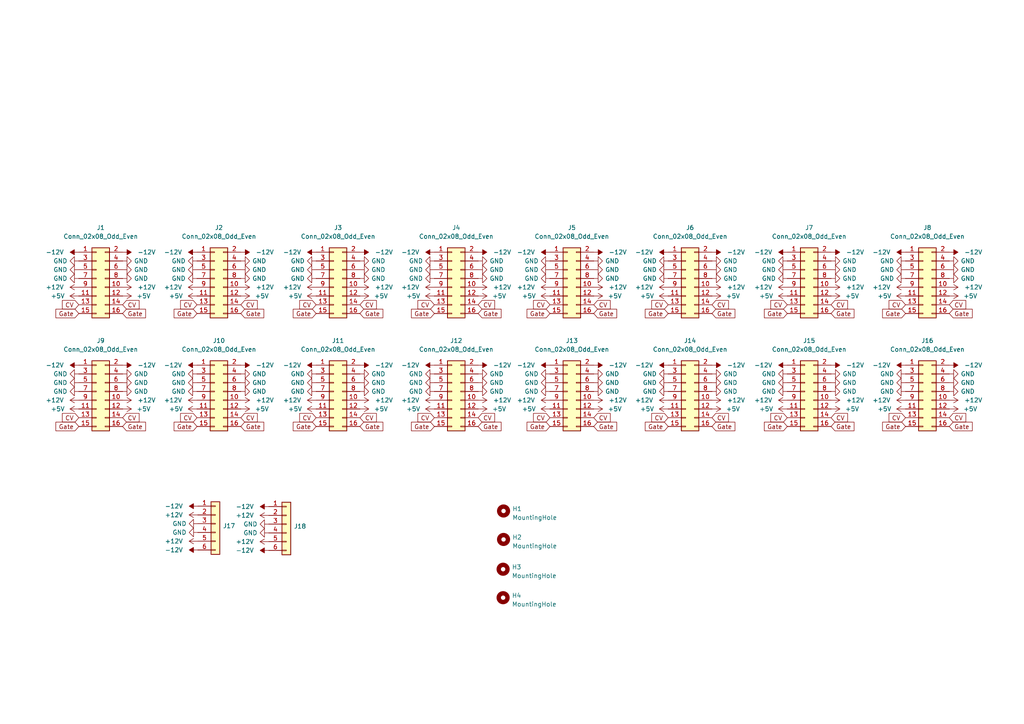
<source format=kicad_sch>
(kicad_sch (version 20230121) (generator eeschema)
  (paper "A4")
  (lib_symbols
    (symbol "Connector_Generic:Conn_01x06" (pin_names (offset 1.016) hide)
      (property "Reference" "J" (at 0 7.62 0))
      (property "Value" "Conn_01x06" (at 0 -10.16 0))
      (symbol "Conn_01x06_1_1"
        (rectangle (start -1.27 -7.493) (end 0 -7.747) (stroke (width 0.1524)))
        (rectangle (start -1.27 -4.953) (end 0 -5.207) (stroke (width 0.1524)))
        (rectangle (start -1.27 -2.413) (end 0 -2.667) (stroke (width 0.1524)))
        (rectangle (start -1.27 0.127) (end 0 -0.127) (stroke (width 0.1524)))
        (rectangle (start -1.27 2.667) (end 0 2.413) (stroke (width 0.1524)))
        (rectangle (start -1.27 5.207) (end 0 4.953) (stroke (width 0.1524)))
        (rectangle (start -1.27 6.35) (end 1.27 -8.89) (stroke (width 0.254)) (fill (type background)))
        (pin passive line (at -5.08 5.08 0) (length 3.81) (name "Pin_1") (number "1"))
        (pin passive line (at -5.08 2.54 0) (length 3.81) (name "Pin_2") (number "2"))
        (pin passive line (at -5.08 0 0) (length 3.81) (name "Pin_3") (number "3"))
        (pin passive line (at -5.08 -2.54 0) (length 3.81) (name "Pin_4") (number "4"))
        (pin passive line (at -5.08 -5.08 0) (length 3.81) (name "Pin_5") (number "5"))
        (pin passive line (at -5.08 -7.62 0) (length 3.81) (name "Pin_6") (number "6"))
      )
    )
    (symbol "Connector_Generic:Conn_02x08_Odd_Even" (pin_names (offset 1.016) hide)
      (property "Reference" "J" (at 1.27 10.16 0))
      (property "Value" "Conn_02x08_Odd_Even" (at 1.27 -12.7 0))
      (symbol "Conn_02x08_Odd_Even_1_1"
        (rectangle (start -1.27 -10.033) (end 0 -10.287) (stroke (width 0.1524)))
        (rectangle (start -1.27 -7.493) (end 0 -7.747) (stroke (width 0.1524)))
        (rectangle (start -1.27 -4.953) (end 0 -5.207) (stroke (width 0.1524)))
        (rectangle (start -1.27 -2.413) (end 0 -2.667) (stroke (width 0.1524)))
        (rectangle (start -1.27 0.127) (end 0 -0.127) (stroke (width 0.1524)))
        (rectangle (start -1.27 2.667) (end 0 2.413) (stroke (width 0.1524)))
        (rectangle (start -1.27 5.207) (end 0 4.953) (stroke (width 0.1524)))
        (rectangle (start -1.27 7.747) (end 0 7.493) (stroke (width 0.1524)))
        (rectangle (start -1.27 8.89) (end 3.81 -11.43) (stroke (width 0.254)) (fill (type background)))
        (rectangle (start 3.81 -10.033) (end 2.54 -10.287) (stroke (width 0.1524)))
        (rectangle (start 3.81 -7.493) (end 2.54 -7.747) (stroke (width 0.1524)))
        (rectangle (start 3.81 -4.953) (end 2.54 -5.207) (stroke (width 0.1524)))
        (rectangle (start 3.81 -2.413) (end 2.54 -2.667) (stroke (width 0.1524)))
        (rectangle (start 3.81 0.127) (end 2.54 -0.127) (stroke (width 0.1524)))
        (rectangle (start 3.81 2.667) (end 2.54 2.413) (stroke (width 0.1524)))
        (rectangle (start 3.81 5.207) (end 2.54 4.953) (stroke (width 0.1524)))
        (rectangle (start 3.81 7.747) (end 2.54 7.493) (stroke (width 0.1524)))
        (pin passive line (at -5.08 7.62 0) (length 3.81) (name "Pin_1") (number "1"))
        (pin passive line (at 7.62 -2.54 180) (length 3.81) (name "Pin_10") (number "10"))
        (pin passive line (at -5.08 -5.08 0) (length 3.81) (name "Pin_11") (number "11"))
        (pin passive line (at 7.62 -5.08 180) (length 3.81) (name "Pin_12") (number "12"))
        (pin passive line (at -5.08 -7.62 0) (length 3.81) (name "Pin_13") (number "13"))
        (pin passive line (at 7.62 -7.62 180) (length 3.81) (name "Pin_14") (number "14"))
        (pin passive line (at -5.08 -10.16 0) (length 3.81) (name "Pin_15") (number "15"))
        (pin passive line (at 7.62 -10.16 180) (length 3.81) (name "Pin_16") (number "16"))
        (pin passive line (at 7.62 7.62 180) (length 3.81) (name "Pin_2") (number "2"))
        (pin passive line (at -5.08 5.08 0) (length 3.81) (name "Pin_3") (number "3"))
        (pin passive line (at 7.62 5.08 180) (length 3.81) (name "Pin_4") (number "4"))
        (pin passive line (at -5.08 2.54 0) (length 3.81) (name "Pin_5") (number "5"))
        (pin passive line (at 7.62 2.54 180) (length 3.81) (name "Pin_6") (number "6"))
        (pin passive line (at -5.08 0 0) (length 3.81) (name "Pin_7") (number "7"))
        (pin passive line (at 7.62 0 180) (length 3.81) (name "Pin_8") (number "8"))
        (pin passive line (at -5.08 -2.54 0) (length 3.81) (name "Pin_9") (number "9"))
      )
    )
    (symbol "Mechanical:MountingHole" (pin_names (offset 1.016))
      (property "Reference" "H" (at 0 5.08 0))
      (property "Value" "MountingHole" (at 0 3.175 0))
      (symbol "MountingHole_0_1"
        (circle (center 0 0) (radius 1.27) (stroke (width 1.27)))
      )
    )
    (symbol "power:+12V" (power) (pin_names (offset 0))
      (property "Value" "+12V" (at 0 3.556 0))
      (symbol "+12V_0_1"
        (polyline (pts (xy -0.762 1.27) (xy 0 2.54)))
        (polyline (pts (xy 0 0) (xy 0 2.54)))
        (polyline (pts (xy 0 2.54) (xy 0.762 1.27)))
      )
      (symbol "+12V_1_1"
        (pin power_in line (at 0 0 90) (length 0) hide (name "+12V") (number "1"))
      )
    )
    (symbol "power:+5V" (power) (pin_names (offset 0))
      (property "Value" "+5V" (at 0 3.556 0))
      (symbol "+5V_0_1"
        (polyline (pts (xy -0.762 1.27) (xy 0 2.54)))
        (polyline (pts (xy 0 0) (xy 0 2.54)))
        (polyline (pts (xy 0 2.54) (xy 0.762 1.27)))
      )
      (symbol "+5V_1_1"
        (pin power_in line (at 0 0 90) (length 0) hide (name "+5V") (number "1"))
      )
    )
    (symbol "power:-12V" (power) (pin_names (offset 0))
      (property "Value" "-12V" (at 0 3.81 0))
      (symbol "-12V_0_0"
        (pin power_in line (at 0 0 90) (length 0) hide (name "-12V") (number "1"))
      )
      (symbol "-12V_0_1"
        (polyline (pts (xy 0 0) (xy 0 1.27) (xy 0.762 1.27) (xy 0 2.54) (xy -0.762 1.27) (xy 0 1.27)) (fill (type outline)))
      )
    )
    (symbol "power:GND" (power) (pin_names (offset 0))
      (property "Value" "GND" (at 0 -3.81 0))
      (symbol "GND_0_1"
        (polyline (pts (xy 0 0) (xy 0 -1.27) (xy 1.27 -1.27) (xy 0 -2.54) (xy -1.27 -1.27) (xy 0 -1.27)))
      )
      (symbol "GND_1_1"
        (pin power_in line (at 0 0 270) (length 0) hide (name "GND") (number "1"))
      )
    )
  )
  (global_label "Gate" (shape input) (at 22.86 90.932 180) (property "Intersheetrefs" "${INTERSHEET_REFS}" (effects hide)))
  (global_label "Gate" (shape input) (at 22.86 123.698 180) (property "Intersheetrefs" "${INTERSHEET_REFS}" (effects hide)))
  (global_label "CV" (shape input) (at 35.56 88.392 0) (property "Intersheetrefs" "${INTERSHEET_REFS}" (effects hide)))
  (global_label "CV" (shape input) (at 159.512 121.158 180) (property "Intersheetrefs" "${INTERSHEET_REFS}" (effects hide)))
  (global_label "CV" (shape input) (at 193.802 121.158 180) (property "Intersheetrefs" "${INTERSHEET_REFS}" (effects hide)))
  (global_label "CV" (shape input) (at 138.684 88.392 0) (property "Intersheetrefs" "${INTERSHEET_REFS}" (effects hide)))
  (global_label "Gate" (shape input) (at 138.684 90.932 0) (property "Intersheetrefs" "${INTERSHEET_REFS}" (effects hide)))
  (global_label "CV" (shape input) (at 206.502 88.392 0) (property "Intersheetrefs" "${INTERSHEET_REFS}" (effects hide)))
  (global_label "CV" (shape input) (at 91.694 121.158 180) (property "Intersheetrefs" "${INTERSHEET_REFS}" (effects hide)))
  (global_label "CV" (shape input) (at 262.636 121.158 180) (property "Intersheetrefs" "${INTERSHEET_REFS}" (effects hide)))
  (global_label "Gate" (shape input) (at 91.694 90.932 180) (property "Intersheetrefs" "${INTERSHEET_REFS}" (effects hide)))
  (global_label "CV" (shape input) (at 69.85 121.158 0) (property "Intersheetrefs" "${INTERSHEET_REFS}" (effects hide)))
  (global_label "CV" (shape input) (at 57.15 121.158 180) (property "Intersheetrefs" "${INTERSHEET_REFS}" (effects hide)))
  (global_label "CV" (shape input) (at 125.984 121.158 180) (property "Intersheetrefs" "${INTERSHEET_REFS}" (effects hide)))
  (global_label "Gate" (shape input) (at 35.56 123.698 0) (property "Intersheetrefs" "${INTERSHEET_REFS}" (effects hide)))
  (global_label "CV" (shape input) (at 22.86 121.158 180) (property "Intersheetrefs" "${INTERSHEET_REFS}" (effects hide)))
  (global_label "Gate" (shape input) (at 275.336 90.932 0) (property "Intersheetrefs" "${INTERSHEET_REFS}" (effects hide)))
  (global_label "CV" (shape input) (at 138.684 121.158 0) (property "Intersheetrefs" "${INTERSHEET_REFS}" (effects hide)))
  (global_label "CV" (shape input) (at 241.046 88.392 0) (property "Intersheetrefs" "${INTERSHEET_REFS}" (effects hide)))
  (global_label "Gate" (shape input) (at 57.15 123.698 180) (property "Intersheetrefs" "${INTERSHEET_REFS}" (effects hide)))
  (global_label "CV" (shape input) (at 104.394 121.158 0) (property "Intersheetrefs" "${INTERSHEET_REFS}" (effects hide)))
  (global_label "Gate" (shape input) (at 275.336 123.698 0) (property "Intersheetrefs" "${INTERSHEET_REFS}" (effects hide)))
  (global_label "Gate" (shape input) (at 206.502 123.698 0) (property "Intersheetrefs" "${INTERSHEET_REFS}" (effects hide)))
  (global_label "Gate" (shape input) (at 69.85 90.932 0) (property "Intersheetrefs" "${INTERSHEET_REFS}" (effects hide)))
  (global_label "Gate" (shape input) (at 57.15 90.932 180) (property "Intersheetrefs" "${INTERSHEET_REFS}" (effects hide)))
  (global_label "Gate" (shape input) (at 193.802 90.932 180) (property "Intersheetrefs" "${INTERSHEET_REFS}" (effects hide)))
  (global_label "Gate" (shape input) (at 228.346 123.698 180) (property "Intersheetrefs" "${INTERSHEET_REFS}" (effects hide)))
  (global_label "CV" (shape input) (at 22.86 88.392 180) (property "Intersheetrefs" "${INTERSHEET_REFS}" (effects hide)))
  (global_label "Gate" (shape input) (at 104.394 90.932 0) (property "Intersheetrefs" "${INTERSHEET_REFS}" (effects hide)))
  (global_label "Gate" (shape input) (at 241.046 123.698 0) (property "Intersheetrefs" "${INTERSHEET_REFS}" (effects hide)))
  (global_label "CV" (shape input) (at 275.336 121.158 0) (property "Intersheetrefs" "${INTERSHEET_REFS}" (effects hide)))
  (global_label "CV" (shape input) (at 241.046 121.158 0) (property "Intersheetrefs" "${INTERSHEET_REFS}" (effects hide)))
  (global_label "Gate" (shape input) (at 193.802 123.698 180) (property "Intersheetrefs" "${INTERSHEET_REFS}" (effects hide)))
  (global_label "Gate" (shape input) (at 172.212 90.932 0) (property "Intersheetrefs" "${INTERSHEET_REFS}" (effects hide)))
  (global_label "CV" (shape input) (at 262.636 88.392 180) (property "Intersheetrefs" "${INTERSHEET_REFS}" (effects hide)))
  (global_label "CV" (shape input) (at 159.512 88.392 180) (property "Intersheetrefs" "${INTERSHEET_REFS}" (effects hide)))
  (global_label "CV" (shape input) (at 172.212 121.158 0) (property "Intersheetrefs" "${INTERSHEET_REFS}" (effects hide)))
  (global_label "CV" (shape input) (at 69.85 88.392 0) (property "Intersheetrefs" "${INTERSHEET_REFS}" (effects hide)))
  (global_label "CV" (shape input) (at 193.802 88.392 180) (property "Intersheetrefs" "${INTERSHEET_REFS}" (effects hide)))
  (global_label "Gate" (shape input) (at 262.636 123.698 180) (property "Intersheetrefs" "${INTERSHEET_REFS}" (effects hide)))
  (global_label "Gate" (shape input) (at 138.684 123.698 0) (property "Intersheetrefs" "${INTERSHEET_REFS}" (effects hide)))
  (global_label "Gate" (shape input) (at 172.212 123.698 0) (property "Intersheetrefs" "${INTERSHEET_REFS}" (effects hide)))
  (global_label "CV" (shape input) (at 104.394 88.392 0) (property "Intersheetrefs" "${INTERSHEET_REFS}" (effects hide)))
  (global_label "CV" (shape input) (at 206.502 121.158 0) (property "Intersheetrefs" "${INTERSHEET_REFS}" (effects hide)))
  (global_label "Gate" (shape input) (at 262.636 90.932 180) (property "Intersheetrefs" "${INTERSHEET_REFS}" (effects hide)))
  (global_label "CV" (shape input) (at 172.212 88.392 0) (property "Intersheetrefs" "${INTERSHEET_REFS}" (effects hide)))
  (global_label "Gate" (shape input) (at 69.85 123.698 0) (property "Intersheetrefs" "${INTERSHEET_REFS}" (effects hide)))
  (global_label "CV" (shape input) (at 228.346 121.158 180) (property "Intersheetrefs" "${INTERSHEET_REFS}" (effects hide)))
  (global_label "Gate" (shape input) (at 159.512 123.698 180) (property "Intersheetrefs" "${INTERSHEET_REFS}" (effects hide)))
  (global_label "Gate" (shape input) (at 228.346 90.932 180) (property "Intersheetrefs" "${INTERSHEET_REFS}" (effects hide)))
  (global_label "Gate" (shape input) (at 125.984 90.932 180) (property "Intersheetrefs" "${INTERSHEET_REFS}" (effects hide)))
  (global_label "CV" (shape input) (at 228.346 88.392 180) (property "Intersheetrefs" "${INTERSHEET_REFS}" (effects hide)))
  (global_label "Gate" (shape input) (at 35.56 90.932 0) (property "Intersheetrefs" "${INTERSHEET_REFS}" (effects hide)))
  (global_label "Gate" (shape input) (at 125.984 123.698 180) (property "Intersheetrefs" "${INTERSHEET_REFS}" (effects hide)))
  (global_label "Gate" (shape input) (at 159.512 90.932 180) (property "Intersheetrefs" "${INTERSHEET_REFS}" (effects hide)))
  (global_label "Gate" (shape input) (at 91.694 123.698 180) (property "Intersheetrefs" "${INTERSHEET_REFS}" (effects hide)))
  (global_label "CV" (shape input) (at 57.15 88.392 180) (property "Intersheetrefs" "${INTERSHEET_REFS}" (effects hide)))
  (global_label "Gate" (shape input) (at 104.394 123.698 0) (property "Intersheetrefs" "${INTERSHEET_REFS}" (effects hide)))
  (global_label "CV" (shape input) (at 125.984 88.392 180) (property "Intersheetrefs" "${INTERSHEET_REFS}" (effects hide)))
  (global_label "CV" (shape input) (at 35.56 121.158 0) (property "Intersheetrefs" "${INTERSHEET_REFS}" (effects hide)))
  (global_label "Gate" (shape input) (at 206.502 90.932 0) (property "Intersheetrefs" "${INTERSHEET_REFS}" (effects hide)))
  (global_label "CV" (shape input) (at 275.336 88.392 0) (property "Intersheetrefs" "${INTERSHEET_REFS}" (effects hide)))
  (global_label "Gate" (shape input) (at 241.046 90.932 0) (property "Intersheetrefs" "${INTERSHEET_REFS}" (effects hide)))
  (global_label "CV" (shape input) (at 91.694 88.392 180) (property "Intersheetrefs" "${INTERSHEET_REFS}" (effects hide)))
  (symbol (lib_id "power:GND") (at 275.336 75.692 90) (mirror x) (unit 1)
    (property "Reference" "#PWR032" (effects hide))
    (property "Value" "GND" (at 278.638 75.6919 90) (effects (justify right)))
  )
  (symbol (lib_id "power:GND") (at 159.512 75.692 270) (unit 1)
    (property "Reference" "#PWR025" (effects hide))
    (property "Value" "GND" (at 156.21 75.6919 90) (effects (justify right)))
  )
  (symbol (lib_id "power:-12V") (at 125.984 105.918 90) (unit 1)
    (property "Reference" "#PWR0103" (effects hide))
    (property "Value" "-12V" (at 121.666 105.9179 90) (effects (justify left)))
  )
  (symbol (lib_id "power:-12V") (at 35.56 105.918 270) (mirror x) (unit 1)
    (property "Reference" "#PWR098" (effects hide))
    (property "Value" "-12V" (at 39.878 105.9179 90) (effects (justify left)))
  )
  (symbol (lib_id "power:-12V") (at 69.85 105.918 270) (mirror x) (unit 1)
    (property "Reference" "#PWR0100" (effects hide))
    (property "Value" "-12V" (at 74.168 105.9179 90) (effects (justify left)))
  )
  (symbol (lib_id "power:GND") (at 138.684 80.772 90) (mirror x) (unit 1)
    (property "Reference" "#PWR056" (effects hide))
    (property "Value" "GND" (at 141.986 80.7719 90) (effects (justify right)))
  )
  (symbol (lib_id "power:-12V") (at 57.15 73.152 90) (unit 1)
    (property "Reference" "#PWR03" (effects hide))
    (property "Value" "-12V" (at 52.832 73.1519 90) (effects (justify left)))
  )
  (symbol (lib_id "power:GND") (at 241.046 75.692 90) (mirror x) (unit 1)
    (property "Reference" "#PWR030" (effects hide))
    (property "Value" "GND" (at 244.348 75.6919 90) (effects (justify right)))
  )
  (symbol (lib_id "power:+12V") (at 228.346 83.312 90) (unit 1)
    (property "Reference" "#PWR077" (effects hide))
    (property "Value" "+12V" (at 224.028 83.3119 90) (effects (justify left)))
  )
  (symbol (lib_id "power:GND") (at 138.684 110.998 90) (mirror x) (unit 1)
    (property "Reference" "#PWR0136" (effects hide))
    (property "Value" "GND" (at 141.986 110.9979 90) (effects (justify right)))
  )
  (symbol (lib_id "power:+5V") (at 241.046 118.618 270) (mirror x) (unit 1)
    (property "Reference" "#PWR0190" (effects hide))
    (property "Value" "+5V" (at 245.11 118.6179 90) (effects (justify left)))
  )
  (symbol (lib_id "power:GND") (at 91.694 80.772 270) (unit 1)
    (property "Reference" "#PWR053" (effects hide))
    (property "Value" "GND" (at 88.392 80.7719 90) (effects (justify right)))
  )
  (symbol (lib_id "power:GND") (at 206.502 75.692 90) (mirror x) (unit 1)
    (property "Reference" "#PWR028" (effects hide))
    (property "Value" "GND" (at 209.804 75.6919 90) (effects (justify right)))
  )
  (symbol (lib_id "power:GND") (at 228.346 78.232 270) (unit 1)
    (property "Reference" "#PWR045" (effects hide))
    (property "Value" "GND" (at 225.044 78.2319 90) (effects (justify right)))
  )
  (symbol (lib_id "power:-12V") (at 206.502 105.918 270) (mirror x) (unit 1)
    (property "Reference" "#PWR0108" (effects hide))
    (property "Value" "-12V" (at 210.82 105.9179 90) (effects (justify left)))
  )
  (symbol (lib_id "power:+5V") (at 275.336 118.618 270) (mirror x) (unit 1)
    (property "Reference" "#PWR0192" (effects hide))
    (property "Value" "+5V" (at 279.4 118.6179 90) (effects (justify left)))
  )
  (symbol (lib_id "power:+5V") (at 22.86 118.618 90) (unit 1)
    (property "Reference" "#PWR0177" (effects hide))
    (property "Value" "+5V" (at 18.796 118.6179 90) (effects (justify left)))
  )
  (symbol (lib_id "power:-12V") (at 104.394 105.918 270) (mirror x) (unit 1)
    (property "Reference" "#PWR0102" (effects hide))
    (property "Value" "-12V" (at 108.712 105.9179 90) (effects (justify left)))
  )
  (symbol (lib_id "power:GND") (at 104.394 75.692 90) (mirror x) (unit 1)
    (property "Reference" "#PWR022" (effects hide))
    (property "Value" "GND" (at 107.696 75.6919 90) (effects (justify right)))
  )
  (symbol (lib_id "power:+12V") (at 57.15 83.312 90) (unit 1)
    (property "Reference" "#PWR067" (effects hide))
    (property "Value" "+12V" (at 52.832 83.3119 90) (effects (justify left)))
  )
  (symbol (lib_id "power:GND") (at 138.684 113.538 90) (mirror x) (unit 1)
    (property "Reference" "#PWR0152" (effects hide))
    (property "Value" "GND" (at 141.986 113.5379 90) (effects (justify right)))
  )
  (symbol (lib_id "power:GND") (at 57.15 75.692 270) (unit 1)
    (property "Reference" "#PWR019" (effects hide))
    (property "Value" "GND" (at 53.848 75.6919 90) (effects (justify right)))
  )
  (symbol (lib_id "power:+5V") (at 206.502 118.618 270) (mirror x) (unit 1)
    (property "Reference" "#PWR0188" (effects hide))
    (property "Value" "+5V" (at 210.566 118.6179 90) (effects (justify left)))
  )
  (symbol (lib_id "power:+5V") (at 193.802 85.852 90) (unit 1)
    (property "Reference" "#PWR091" (effects hide))
    (property "Value" "+5V" (at 189.738 85.8519 90) (effects (justify left)))
  )
  (symbol (lib_id "power:+5V") (at 69.85 85.852 270) (mirror x) (unit 1)
    (property "Reference" "#PWR084" (effects hide))
    (property "Value" "+5V" (at 73.914 85.8519 90) (effects (justify left)))
  )
  (symbol (lib_id "power:GND") (at 172.212 78.232 90) (mirror x) (unit 1)
    (property "Reference" "#PWR042" (effects hide))
    (property "Value" "GND" (at 175.514 78.2319 90) (effects (justify right)))
  )
  (symbol (lib_id "power:GND") (at 172.212 75.692 90) (mirror x) (unit 1)
    (property "Reference" "#PWR026" (effects hide))
    (property "Value" "GND" (at 175.514 75.6919 90) (effects (justify right)))
  )
  (symbol (lib_id "power:+5V") (at 125.984 118.618 90) (unit 1)
    (property "Reference" "#PWR0183" (effects hide))
    (property "Value" "+5V" (at 121.92 118.6179 90) (effects (justify left)))
  )
  (symbol (lib_id "power:-12V") (at 241.046 105.918 270) (mirror x) (unit 1)
    (property "Reference" "#PWR0110" (effects hide))
    (property "Value" "-12V" (at 245.364 105.9179 90) (effects (justify left)))
  )
  (symbol (lib_id "power:+5V") (at 57.15 118.618 90) (unit 1)
    (property "Reference" "#PWR0179" (effects hide))
    (property "Value" "+5V" (at 53.086 118.6179 90) (effects (justify left)))
  )
  (symbol (lib_id "power:GND") (at 172.212 80.772 90) (mirror x) (unit 1)
    (property "Reference" "#PWR058" (effects hide))
    (property "Value" "GND" (at 175.514 80.7719 90) (effects (justify right)))
  )
  (symbol (lib_id "Connector_Generic:Conn_02x08_Odd_Even") (at 62.23 80.772 0) (unit 1)
    (property "Reference" "J2" (at 63.5 66.04 0))
    (property "Value" "Conn_02x08_Odd_Even" (at 63.5 68.58 0))
    (property "Footprint" "Pale Slim Ghost:PinHeader_2x08_P2.54mm_Edge" (effects hide))
  )
  (symbol (lib_id "power:GND") (at 138.684 78.232 90) (mirror x) (unit 1)
    (property "Reference" "#PWR040" (effects hide))
    (property "Value" "GND" (at 141.986 78.2319 90) (effects (justify right)))
  )
  (symbol (lib_id "power:+12V") (at 125.984 83.312 90) (unit 1)
    (property "Reference" "#PWR071" (effects hide))
    (property "Value" "+12V" (at 121.666 83.3119 90) (effects (justify left)))
  )
  (symbol (lib_id "power:-12V") (at 159.512 73.152 90) (unit 1)
    (property "Reference" "#PWR09" (effects hide))
    (property "Value" "-12V" (at 155.194 73.1519 90) (effects (justify left)))
  )
  (symbol (lib_id "Connector_Generic:Conn_02x08_Odd_Even") (at 131.064 80.772 0) (unit 1)
    (property "Reference" "J4" (at 132.334 66.04 0))
    (property "Value" "Conn_02x08_Odd_Even" (at 132.334 68.58 0))
    (property "Footprint" "Pale Slim Ghost:PinHeader_2x08_P2.54mm_Edge" (effects hide))
  )
  (symbol (lib_id "power:+12V") (at 159.512 116.078 90) (unit 1)
    (property "Reference" "#PWR0169" (effects hide))
    (property "Value" "+12V" (at 155.194 116.0779 90) (effects (justify left)))
  )
  (symbol (lib_id "power:+5V") (at 262.636 118.618 90) (unit 1)
    (property "Reference" "#PWR0191" (effects hide))
    (property "Value" "+5V" (at 258.572 118.6179 90) (effects (justify left)))
  )
  (symbol (lib_id "power:GND") (at 262.636 110.998 270) (unit 1)
    (property "Reference" "#PWR0143" (effects hide))
    (property "Value" "GND" (at 259.334 110.9979 90) (effects (justify right)))
  )
  (symbol (lib_id "power:GND") (at 104.394 113.538 90) (mirror x) (unit 1)
    (property "Reference" "#PWR0150" (effects hide))
    (property "Value" "GND" (at 107.696 113.5379 90) (effects (justify right)))
  )
  (symbol (lib_id "power:GND") (at 241.046 113.538 90) (mirror x) (unit 1)
    (property "Reference" "#PWR0158" (effects hide))
    (property "Value" "GND" (at 244.348 113.5379 90) (effects (justify right)))
  )
  (symbol (lib_id "power:GND") (at 262.636 113.538 270) (unit 1)
    (property "Reference" "#PWR0159" (effects hide))
    (property "Value" "GND" (at 259.334 113.5379 90) (effects (justify right)))
  )
  (symbol (lib_id "power:GND") (at 125.984 78.232 270) (unit 1)
    (property "Reference" "#PWR039" (effects hide))
    (property "Value" "GND" (at 122.682 78.2319 90) (effects (justify right)))
  )
  (symbol (lib_id "Connector_Generic:Conn_02x08_Odd_Even") (at 198.882 113.538 0) (unit 1)
    (property "Reference" "J14" (at 200.152 98.806 0))
    (property "Value" "Conn_02x08_Odd_Even" (at 200.152 101.346 0))
    (property "Footprint" "Pale Slim Ghost:PinHeader_2x08_P2.54mm_Edge" (effects hide))
  )
  (symbol (lib_id "power:+12V") (at 228.346 116.078 90) (unit 1)
    (property "Reference" "#PWR0173" (effects hide))
    (property "Value" "+12V" (at 224.028 116.0779 90) (effects (justify left)))
  )
  (symbol (lib_id "power:GND") (at 91.694 75.692 270) (unit 1)
    (property "Reference" "#PWR021" (effects hide))
    (property "Value" "GND" (at 88.392 75.6919 90) (effects (justify right)))
  )
  (symbol (lib_id "power:+5V") (at 104.394 118.618 270) (mirror x) (unit 1)
    (property "Reference" "#PWR0182" (effects hide))
    (property "Value" "+5V" (at 108.458 118.6179 90) (effects (justify left)))
  )
  (symbol (lib_id "power:+5V") (at 262.636 85.852 90) (unit 1)
    (property "Reference" "#PWR095" (effects hide))
    (property "Value" "+5V" (at 258.572 85.8519 90) (effects (justify left)))
  )
  (symbol (lib_id "power:+12V") (at 57.404 149.352 90) (unit 1)
    (property "Reference" "#PWR0196" (effects hide))
    (property "Value" "+12V" (at 53.086 149.3519 90) (effects (justify left)))
  )
  (symbol (lib_id "power:+5V") (at 57.15 85.852 90) (unit 1)
    (property "Reference" "#PWR083" (effects hide))
    (property "Value" "+5V" (at 53.086 85.8519 90) (effects (justify left)))
  )
  (symbol (lib_id "power:GND") (at 159.512 80.772 270) (unit 1)
    (property "Reference" "#PWR057" (effects hide))
    (property "Value" "GND" (at 156.21 80.7719 90) (effects (justify right)))
  )
  (symbol (lib_id "power:+12V") (at 22.86 116.078 90) (unit 1)
    (property "Reference" "#PWR0161" (effects hide))
    (property "Value" "+12V" (at 18.542 116.0779 90) (effects (justify left)))
  )
  (symbol (lib_id "power:GND") (at 228.346 75.692 270) (unit 1)
    (property "Reference" "#PWR029" (effects hide))
    (property "Value" "GND" (at 225.044 75.6919 90) (effects (justify right)))
  )
  (symbol (lib_id "power:-12V") (at 77.978 159.639 90) (mirror x) (unit 1)
    (property "Reference" "#PWR0204" (effects hide))
    (property "Value" "-12V" (at 73.66 159.6391 90) (effects (justify left)))
  )
  (symbol (lib_id "power:GND") (at 241.046 110.998 90) (mirror x) (unit 1)
    (property "Reference" "#PWR0142" (effects hide))
    (property "Value" "GND" (at 244.348 110.9979 90) (effects (justify right)))
  )
  (symbol (lib_id "power:GND") (at 35.56 75.692 90) (mirror x) (unit 1)
    (property "Reference" "#PWR018" (effects hide))
    (property "Value" "GND" (at 38.862 75.6919 90) (effects (justify right)))
  )
  (symbol (lib_id "power:GND") (at 104.394 78.232 90) (mirror x) (unit 1)
    (property "Reference" "#PWR038" (effects hide))
    (property "Value" "GND" (at 107.696 78.2319 90) (effects (justify right)))
  )
  (symbol (lib_id "power:+12V") (at 91.694 83.312 90) (unit 1)
    (property "Reference" "#PWR069" (effects hide))
    (property "Value" "+12V" (at 87.376 83.3119 90) (effects (justify left)))
  )
  (symbol (lib_id "power:+12V") (at 91.694 116.078 90) (unit 1)
    (property "Reference" "#PWR0165" (effects hide))
    (property "Value" "+12V" (at 87.376 116.0779 90) (effects (justify left)))
  )
  (symbol (lib_id "Connector_Generic:Conn_02x08_Odd_Even") (at 233.426 113.538 0) (unit 1)
    (property "Reference" "J15" (at 234.696 98.806 0))
    (property "Value" "Conn_02x08_Odd_Even" (at 234.696 101.346 0))
    (property "Footprint" "Pale Slim Ghost:PinHeader_2x08_P2.54mm_Edge" (effects hide))
  )
  (symbol (lib_id "power:GND") (at 275.336 108.458 90) (mirror x) (unit 1)
    (property "Reference" "#PWR0128" (effects hide))
    (property "Value" "GND" (at 278.638 108.4579 90) (effects (justify right)))
  )
  (symbol (lib_id "power:GND") (at 22.86 110.998 270) (unit 1)
    (property "Reference" "#PWR0129" (effects hide))
    (property "Value" "GND" (at 19.558 110.9979 90) (effects (justify right)))
  )
  (symbol (lib_id "Connector_Generic:Conn_02x08_Odd_Even") (at 27.94 113.538 0) (unit 1)
    (property "Reference" "J9" (at 29.21 98.806 0))
    (property "Value" "Conn_02x08_Odd_Even" (at 29.21 101.346 0))
    (property "Footprint" "Pale Slim Ghost:PinHeader_2x08_P2.54mm_Edge" (effects hide))
  )
  (symbol (lib_id "power:+12V") (at 206.502 83.312 270) (mirror x) (unit 1)
    (property "Reference" "#PWR076" (effects hide))
    (property "Value" "+12V" (at 210.82 83.3119 90) (effects (justify left)))
  )
  (symbol (lib_id "power:+12V") (at 262.636 83.312 90) (unit 1)
    (property "Reference" "#PWR079" (effects hide))
    (property "Value" "+12V" (at 258.318 83.3119 90) (effects (justify left)))
  )
  (symbol (lib_id "power:+12V") (at 172.212 83.312 270) (mirror x) (unit 1)
    (property "Reference" "#PWR074" (effects hide))
    (property "Value" "+12V" (at 176.53 83.3119 90) (effects (justify left)))
  )
  (symbol (lib_id "power:GND") (at 22.86 113.538 270) (unit 1)
    (property "Reference" "#PWR0145" (effects hide))
    (property "Value" "GND" (at 19.558 113.5379 90) (effects (justify right)))
  )
  (symbol (lib_id "power:GND") (at 22.86 78.232 270) (unit 1)
    (property "Reference" "#PWR033" (effects hide))
    (property "Value" "GND" (at 19.558 78.2319 90) (effects (justify right)))
  )
  (symbol (lib_id "power:+12V") (at 138.684 83.312 270) (mirror x) (unit 1)
    (property "Reference" "#PWR072" (effects hide))
    (property "Value" "+12V" (at 143.002 83.3119 90) (effects (justify left)))
  )
  (symbol (lib_id "power:+12V") (at 275.336 116.078 270) (mirror x) (unit 1)
    (property "Reference" "#PWR0176" (effects hide))
    (property "Value" "+12V" (at 279.654 116.0779 90) (effects (justify left)))
  )
  (symbol (lib_id "power:GND") (at 159.512 113.538 270) (unit 1)
    (property "Reference" "#PWR0153" (effects hide))
    (property "Value" "GND" (at 156.21 113.5379 90) (effects (justify right)))
  )
  (symbol (lib_id "power:GND") (at 206.502 110.998 90) (mirror x) (unit 1)
    (property "Reference" "#PWR0140" (effects hide))
    (property "Value" "GND" (at 209.804 110.9979 90) (effects (justify right)))
  )
  (symbol (lib_id "power:GND") (at 57.15 110.998 270) (unit 1)
    (property "Reference" "#PWR0131" (effects hide))
    (property "Value" "GND" (at 53.848 110.9979 90) (effects (justify right)))
  )
  (symbol (lib_id "power:+5V") (at 104.394 85.852 270) (mirror x) (unit 1)
    (property "Reference" "#PWR086" (effects hide))
    (property "Value" "+5V" (at 108.458 85.8519 90) (effects (justify left)))
  )
  (symbol (lib_id "power:GND") (at 262.636 78.232 270) (unit 1)
    (property "Reference" "#PWR047" (effects hide))
    (property "Value" "GND" (at 259.334 78.2319 90) (effects (justify right)))
  )
  (symbol (lib_id "power:-12V") (at 262.636 73.152 90) (unit 1)
    (property "Reference" "#PWR015" (effects hide))
    (property "Value" "-12V" (at 258.318 73.1519 90) (effects (justify left)))
  )
  (symbol (lib_id "power:GND") (at 159.512 78.232 270) (unit 1)
    (property "Reference" "#PWR041" (effects hide))
    (property "Value" "GND" (at 156.21 78.2319 90) (effects (justify right)))
  )
  (symbol (lib_id "Mechanical:MountingHole") (at 146.05 148.209 0) (unit 1)
    (property "Reference" "H1" (at 148.59 147.574 0) (effects (justify left)))
    (property "Value" "MountingHole" (at 148.59 150.114 0) (effects (justify left)))
    (property "Footprint" "MountingHole:MountingHole_3.2mm_M3" (effects hide))
  )
  (symbol (lib_id "power:+12V") (at 206.502 116.078 270) (mirror x) (unit 1)
    (property "Reference" "#PWR0172" (effects hide))
    (property "Value" "+12V" (at 210.82 116.0779 90) (effects (justify left)))
  )
  (symbol (lib_id "power:GND") (at 159.512 108.458 270) (unit 1)
    (property "Reference" "#PWR0121" (effects hide))
    (property "Value" "GND" (at 156.21 108.4579 90) (effects (justify right)))
  )
  (symbol (lib_id "power:+5V") (at 228.346 85.852 90) (unit 1)
    (property "Reference" "#PWR093" (effects hide))
    (property "Value" "+5V" (at 224.282 85.8519 90) (effects (justify left)))
  )
  (symbol (lib_id "power:-12V") (at 172.212 105.918 270) (mirror x) (unit 1)
    (property "Reference" "#PWR0106" (effects hide))
    (property "Value" "-12V" (at 176.53 105.9179 90) (effects (justify left)))
  )
  (symbol (lib_id "power:GND") (at 193.802 110.998 270) (unit 1)
    (property "Reference" "#PWR0139" (effects hide))
    (property "Value" "GND" (at 190.5 110.9979 90) (effects (justify right)))
  )
  (symbol (lib_id "power:+12V") (at 22.86 83.312 90) (unit 1)
    (property "Reference" "#PWR065" (effects hide))
    (property "Value" "+12V" (at 18.542 83.3119 90) (effects (justify left)))
  )
  (symbol (lib_id "power:+5V") (at 172.212 85.852 270) (mirror x) (unit 1)
    (property "Reference" "#PWR090" (effects hide))
    (property "Value" "+5V" (at 176.276 85.8519 90) (effects (justify left)))
  )
  (symbol (lib_id "power:GND") (at 125.984 113.538 270) (unit 1)
    (property "Reference" "#PWR0151" (effects hide))
    (property "Value" "GND" (at 122.682 113.5379 90) (effects (justify right)))
  )
  (symbol (lib_id "power:GND") (at 35.56 78.232 90) (mirror x) (unit 1)
    (property "Reference" "#PWR034" (effects hide))
    (property "Value" "GND" (at 38.862 78.2319 90) (effects (justify right)))
  )
  (symbol (lib_id "power:-12V") (at 138.684 73.152 270) (mirror x) (unit 1)
    (property "Reference" "#PWR08" (effects hide))
    (property "Value" "-12V" (at 143.002 73.1519 90) (effects (justify left)))
  )
  (symbol (lib_id "Connector_Generic:Conn_02x08_Odd_Even") (at 131.064 113.538 0) (unit 1)
    (property "Reference" "J12" (at 132.334 98.806 0))
    (property "Value" "Conn_02x08_Odd_Even" (at 132.334 101.346 0))
    (property "Footprint" "Pale Slim Ghost:PinHeader_2x08_P2.54mm_Edge" (effects hide))
  )
  (symbol (lib_id "power:-12V") (at 57.15 105.918 90) (unit 1)
    (property "Reference" "#PWR099" (effects hide))
    (property "Value" "-12V" (at 52.832 105.9179 90) (effects (justify left)))
  )
  (symbol (lib_id "power:GND") (at 172.212 108.458 90) (mirror x) (unit 1)
    (property "Reference" "#PWR0122" (effects hide))
    (property "Value" "GND" (at 175.514 108.4579 90) (effects (justify right)))
  )
  (symbol (lib_id "power:GND") (at 275.336 80.772 90) (mirror x) (unit 1)
    (property "Reference" "#PWR064" (effects hide))
    (property "Value" "GND" (at 278.638 80.7719 90) (effects (justify right)))
  )
  (symbol (lib_id "power:GND") (at 91.694 113.538 270) (unit 1)
    (property "Reference" "#PWR0149" (effects hide))
    (property "Value" "GND" (at 88.392 113.5379 90) (effects (justify right)))
  )
  (symbol (lib_id "power:-12V") (at 91.694 105.918 90) (unit 1)
    (property "Reference" "#PWR0101" (effects hide))
    (property "Value" "-12V" (at 87.376 105.9179 90) (effects (justify left)))
  )
  (symbol (lib_id "power:GND") (at 69.85 113.538 90) (mirror x) (unit 1)
    (property "Reference" "#PWR0148" (effects hide))
    (property "Value" "GND" (at 73.152 113.5379 90) (effects (justify right)))
  )
  (symbol (lib_id "power:-12V") (at 91.694 73.152 90) (unit 1)
    (property "Reference" "#PWR05" (effects hide))
    (property "Value" "-12V" (at 87.376 73.1519 90) (effects (justify left)))
  )
  (symbol (lib_id "power:GND") (at 57.404 151.892 270) (unit 1)
    (property "Reference" "#PWR0194" (effects hide))
    (property "Value" "GND" (at 54.102 151.8919 90) (effects (justify right)))
  )
  (symbol (lib_id "Connector_Generic:Conn_01x06") (at 62.484 151.892 0) (unit 1)
    (property "Reference" "J17" (at 64.643 152.527 0) (effects (justify left)))
    (property "Value" "Conn_01x06" (effects hide))
    (property "Footprint" "Pale Slim Ghost:Molex_KK-254_AE-6410-06A_1x06_P2.54mm_Horizontal" (effects hide))
  )
  (symbol (lib_id "Mechanical:MountingHole") (at 145.923 165.1 0) (unit 1)
    (property "Reference" "H3" (at 148.463 164.465 0) (effects (justify left)))
    (property "Value" "MountingHole" (at 148.463 167.005 0) (effects (justify left)))
    (property "Footprint" "MountingHole:MountingHole_3.2mm_M3" (effects hide))
  )
  (symbol (lib_id "power:+5V") (at 138.684 118.618 270) (mirror x) (unit 1)
    (property "Reference" "#PWR0184" (effects hide))
    (property "Value" "+5V" (at 142.748 118.6179 90) (effects (justify left)))
  )
  (symbol (lib_id "power:GND") (at 57.15 78.232 270) (unit 1)
    (property "Reference" "#PWR035" (effects hide))
    (property "Value" "GND" (at 53.848 78.2319 90) (effects (justify right)))
  )
  (symbol (lib_id "power:GND") (at 57.404 154.432 270) (mirror x) (unit 1)
    (property "Reference" "#PWR0198" (effects hide))
    (property "Value" "GND" (at 54.102 154.4321 90) (effects (justify right)))
  )
  (symbol (lib_id "power:+5V") (at 193.802 118.618 90) (unit 1)
    (property "Reference" "#PWR0187" (effects hide))
    (property "Value" "+5V" (at 189.738 118.6179 90) (effects (justify left)))
  )
  (symbol (lib_id "power:GND") (at 77.978 154.559 270) (mirror x) (unit 1)
    (property "Reference" "#PWR0202" (effects hide))
    (property "Value" "GND" (at 74.676 154.5591 90) (effects (justify right)))
  )
  (symbol (lib_id "power:GND") (at 22.86 108.458 270) (unit 1)
    (property "Reference" "#PWR0113" (effects hide))
    (property "Value" "GND" (at 19.558 108.4579 90) (effects (justify right)))
  )
  (symbol (lib_id "Connector_Generic:Conn_02x08_Odd_Even") (at 164.592 113.538 0) (unit 1)
    (property "Reference" "J13" (at 165.862 98.806 0))
    (property "Value" "Conn_02x08_Odd_Even" (at 165.862 101.346 0))
    (property "Footprint" "Pale Slim Ghost:PinHeader_2x08_P2.54mm_Edge" (effects hide))
  )
  (symbol (lib_id "power:+12V") (at 275.336 83.312 270) (mirror x) (unit 1)
    (property "Reference" "#PWR080" (effects hide))
    (property "Value" "+12V" (at 279.654 83.3119 90) (effects (justify left)))
  )
  (symbol (lib_id "power:GND") (at 206.502 113.538 90) (mirror x) (unit 1)
    (property "Reference" "#PWR0156" (effects hide))
    (property "Value" "GND" (at 209.804 113.5379 90) (effects (justify right)))
  )
  (symbol (lib_id "power:GND") (at 241.046 80.772 90) (mirror x) (unit 1)
    (property "Reference" "#PWR062" (effects hide))
    (property "Value" "GND" (at 244.348 80.7719 90) (effects (justify right)))
  )
  (symbol (lib_id "power:+12V") (at 35.56 116.078 270) (mirror x) (unit 1)
    (property "Reference" "#PWR0162" (effects hide))
    (property "Value" "+12V" (at 39.878 116.0779 90) (effects (justify left)))
  )
  (symbol (lib_id "power:+12V") (at 193.802 116.078 90) (unit 1)
    (property "Reference" "#PWR0171" (effects hide))
    (property "Value" "+12V" (at 189.484 116.0779 90) (effects (justify left)))
  )
  (symbol (lib_id "power:GND") (at 206.502 78.232 90) (mirror x) (unit 1)
    (property "Reference" "#PWR044" (effects hide))
    (property "Value" "GND" (at 209.804 78.2319 90) (effects (justify right)))
  )
  (symbol (lib_id "power:GND") (at 69.85 108.458 90) (mirror x) (unit 1)
    (property "Reference" "#PWR0116" (effects hide))
    (property "Value" "GND" (at 73.152 108.4579 90) (effects (justify right)))
  )
  (symbol (lib_id "power:-12V") (at 104.394 73.152 270) (mirror x) (unit 1)
    (property "Reference" "#PWR06" (effects hide))
    (property "Value" "-12V" (at 108.712 73.1519 90) (effects (justify left)))
  )
  (symbol (lib_id "power:GND") (at 69.85 80.772 90) (mirror x) (unit 1)
    (property "Reference" "#PWR052" (effects hide))
    (property "Value" "GND" (at 73.152 80.7719 90) (effects (justify right)))
  )
  (symbol (lib_id "power:GND") (at 57.15 80.772 270) (unit 1)
    (property "Reference" "#PWR051" (effects hide))
    (property "Value" "GND" (at 53.848 80.7719 90) (effects (justify right)))
  )
  (symbol (lib_id "power:GND") (at 193.802 80.772 270) (unit 1)
    (property "Reference" "#PWR059" (effects hide))
    (property "Value" "GND" (at 190.5 80.7719 90) (effects (justify right)))
  )
  (symbol (lib_id "power:+5V") (at 228.346 118.618 90) (unit 1)
    (property "Reference" "#PWR0189" (effects hide))
    (property "Value" "+5V" (at 224.282 118.6179 90) (effects (justify left)))
  )
  (symbol (lib_id "power:-12V") (at 228.346 73.152 90) (unit 1)
    (property "Reference" "#PWR013" (effects hide))
    (property "Value" "-12V" (at 224.028 73.1519 90) (effects (justify left)))
  )
  (symbol (lib_id "power:+5V") (at 241.046 85.852 270) (mirror x) (unit 1)
    (property "Reference" "#PWR094" (effects hide))
    (property "Value" "+5V" (at 245.11 85.8519 90) (effects (justify left)))
  )
  (symbol (lib_id "power:+5V") (at 172.212 118.618 270) (mirror x) (unit 1)
    (property "Reference" "#PWR0186" (effects hide))
    (property "Value" "+5V" (at 176.276 118.6179 90) (effects (justify left)))
  )
  (symbol (lib_id "power:GND") (at 262.636 108.458 270) (unit 1)
    (property "Reference" "#PWR0127" (effects hide))
    (property "Value" "GND" (at 259.334 108.4579 90) (effects (justify right)))
  )
  (symbol (lib_id "power:GND") (at 193.802 113.538 270) (unit 1)
    (property "Reference" "#PWR0155" (effects hide))
    (property "Value" "GND" (at 190.5 113.5379 90) (effects (justify right)))
  )
  (symbol (lib_id "power:GND") (at 104.394 108.458 90) (mirror x) (unit 1)
    (property "Reference" "#PWR0118" (effects hide))
    (property "Value" "GND" (at 107.696 108.4579 90) (effects (justify right)))
  )
  (symbol (lib_id "power:GND") (at 69.85 75.692 90) (mirror x) (unit 1)
    (property "Reference" "#PWR020" (effects hide))
    (property "Value" "GND" (at 73.152 75.6919 90) (effects (justify right)))
  )
  (symbol (lib_id "power:+12V") (at 241.046 116.078 270) (mirror x) (unit 1)
    (property "Reference" "#PWR0174" (effects hide))
    (property "Value" "+12V" (at 245.364 116.0779 90) (effects (justify left)))
  )
  (symbol (lib_id "power:GND") (at 275.336 113.538 90) (mirror x) (unit 1)
    (property "Reference" "#PWR0160" (effects hide))
    (property "Value" "GND" (at 278.638 113.5379 90) (effects (justify right)))
  )
  (symbol (lib_id "power:-12V") (at 206.502 73.152 270) (mirror x) (unit 1)
    (property "Reference" "#PWR012" (effects hide))
    (property "Value" "-12V" (at 210.82 73.1519 90) (effects (justify left)))
  )
  (symbol (lib_id "power:+12V") (at 69.85 116.078 270) (mirror x) (unit 1)
    (property "Reference" "#PWR0164" (effects hide))
    (property "Value" "+12V" (at 74.168 116.0779 90) (effects (justify left)))
  )
  (symbol (lib_id "Connector_Generic:Conn_02x08_Odd_Even") (at 267.716 80.772 0) (unit 1)
    (property "Reference" "J8" (at 268.986 66.04 0))
    (property "Value" "Conn_02x08_Odd_Even" (at 268.986 68.58 0))
    (property "Footprint" "Pale Slim Ghost:PinHeader_2x08_P2.54mm_Edge" (effects hide))
  )
  (symbol (lib_id "power:-12V") (at 172.212 73.152 270) (mirror x) (unit 1)
    (property "Reference" "#PWR010" (effects hide))
    (property "Value" "-12V" (at 176.53 73.1519 90) (effects (justify left)))
  )
  (symbol (lib_id "Mechanical:MountingHole") (at 145.923 173.355 0) (unit 1)
    (property "Reference" "H4" (at 148.463 172.72 0) (effects (justify left)))
    (property "Value" "MountingHole" (at 148.463 175.26 0) (effects (justify left)))
    (property "Footprint" "MountingHole:MountingHole_3.2mm_M3" (effects hide))
  )
  (symbol (lib_id "power:-12V") (at 35.56 73.152 270) (mirror x) (unit 1)
    (property "Reference" "#PWR02" (effects hide))
    (property "Value" "-12V" (at 39.878 73.1519 90) (effects (justify left)))
  )
  (symbol (lib_id "power:+12V") (at 104.394 116.078 270) (mirror x) (unit 1)
    (property "Reference" "#PWR0166" (effects hide))
    (property "Value" "+12V" (at 108.712 116.0779 90) (effects (justify left)))
  )
  (symbol (lib_id "power:GND") (at 241.046 78.232 90) (mirror x) (unit 1)
    (property "Reference" "#PWR046" (effects hide))
    (property "Value" "GND" (at 244.348 78.2319 90) (effects (justify right)))
  )
  (symbol (lib_id "Connector_Generic:Conn_02x08_Odd_Even") (at 233.426 80.772 0) (unit 1)
    (property "Reference" "J7" (at 234.696 66.04 0))
    (property "Value" "Conn_02x08_Odd_Even" (at 234.696 68.58 0))
    (property "Footprint" "Pale Slim Ghost:PinHeader_2x08_P2.54mm_Edge" (effects hide))
  )
  (symbol (lib_id "power:GND") (at 193.802 78.232 270) (unit 1)
    (property "Reference" "#PWR043" (effects hide))
    (property "Value" "GND" (at 190.5 78.2319 90) (effects (justify right)))
  )
  (symbol (lib_id "power:GND") (at 125.984 75.692 270) (unit 1)
    (property "Reference" "#PWR023" (effects hide))
    (property "Value" "GND" (at 122.682 75.6919 90) (effects (justify right)))
  )
  (symbol (lib_id "Connector_Generic:Conn_02x08_Odd_Even") (at 164.592 80.772 0) (unit 1)
    (property "Reference" "J5" (at 165.862 66.04 0))
    (property "Value" "Conn_02x08_Odd_Even" (at 165.862 68.58 0))
    (property "Footprint" "Pale Slim Ghost:PinHeader_2x08_P2.54mm_Edge" (effects hide))
  )
  (symbol (lib_id "power:GND") (at 104.394 80.772 90) (mirror x) (unit 1)
    (property "Reference" "#PWR054" (effects hide))
    (property "Value" "GND" (at 107.696 80.7719 90) (effects (justify right)))
  )
  (symbol (lib_id "Connector_Generic:Conn_02x08_Odd_Even") (at 96.774 113.538 0) (unit 1)
    (property "Reference" "J11" (at 98.044 98.806 0))
    (property "Value" "Conn_02x08_Odd_Even" (at 98.044 101.346 0))
    (property "Footprint" "Pale Slim Ghost:PinHeader_2x08_P2.54mm_Edge" (effects hide))
  )
  (symbol (lib_id "power:GND") (at 35.56 108.458 90) (mirror x) (unit 1)
    (property "Reference" "#PWR0114" (effects hide))
    (property "Value" "GND" (at 38.862 108.4579 90) (effects (justify right)))
  )
  (symbol (lib_id "Connector_Generic:Conn_02x08_Odd_Even") (at 27.94 80.772 0) (unit 1)
    (property "Reference" "J1" (at 29.21 66.04 0))
    (property "Value" "Conn_02x08_Odd_Even" (at 29.21 68.58 0))
    (property "Footprint" "Pale Slim Ghost:PinHeader_2x08_P2.54mm_Edge" (effects hide))
  )
  (symbol (lib_id "power:-12V") (at 125.984 73.152 90) (unit 1)
    (property "Reference" "#PWR07" (effects hide))
    (property "Value" "-12V" (at 121.666 73.1519 90) (effects (justify left)))
  )
  (symbol (lib_id "power:+5V") (at 91.694 85.852 90) (unit 1)
    (property "Reference" "#PWR085" (effects hide))
    (property "Value" "+5V" (at 87.63 85.8519 90) (effects (justify left)))
  )
  (symbol (lib_id "power:+5V") (at 125.984 85.852 90) (unit 1)
    (property "Reference" "#PWR087" (effects hide))
    (property "Value" "+5V" (at 121.92 85.8519 90) (effects (justify left)))
  )
  (symbol (lib_id "Connector_Generic:Conn_02x08_Odd_Even") (at 198.882 80.772 0) (unit 1)
    (property "Reference" "J6" (at 200.152 66.04 0))
    (property "Value" "Conn_02x08_Odd_Even" (at 200.152 68.58 0))
    (property "Footprint" "Pale Slim Ghost:PinHeader_2x08_P2.54mm_Edge" (effects hide))
  )
  (symbol (lib_id "power:GND") (at 275.336 110.998 90) (mirror x) (unit 1)
    (property "Reference" "#PWR0144" (effects hide))
    (property "Value" "GND" (at 278.638 110.9979 90) (effects (justify right)))
  )
  (symbol (lib_id "power:-12V") (at 193.802 73.152 90) (unit 1)
    (property "Reference" "#PWR011" (effects hide))
    (property "Value" "-12V" (at 189.484 73.1519 90) (effects (justify left)))
  )
  (symbol (lib_id "power:-12V") (at 77.978 146.939 90) (unit 1)
    (property "Reference" "#PWR0199" (effects hide))
    (property "Value" "-12V" (at 73.66 146.9389 90) (effects (justify left)))
  )
  (symbol (lib_id "power:-12V") (at 22.86 105.918 90) (unit 1)
    (property "Reference" "#PWR097" (effects hide))
    (property "Value" "-12V" (at 18.542 105.9179 90) (effects (justify left)))
  )
  (symbol (lib_id "power:GND") (at 138.684 75.692 90) (mirror x) (unit 1)
    (property "Reference" "#PWR024" (effects hide))
    (property "Value" "GND" (at 141.986 75.6919 90) (effects (justify right)))
  )
  (symbol (lib_id "power:GND") (at 77.978 152.019 270) (unit 1)
    (property "Reference" "#PWR0201" (effects hide))
    (property "Value" "GND" (at 74.676 152.0189 90) (effects (justify right)))
  )
  (symbol (lib_id "power:-12V") (at 69.85 73.152 270) (mirror x) (unit 1)
    (property "Reference" "#PWR04" (effects hide))
    (property "Value" "-12V" (at 74.168 73.1519 90) (effects (justify left)))
  )
  (symbol (lib_id "power:GND") (at 125.984 80.772 270) (unit 1)
    (property "Reference" "#PWR055" (effects hide))
    (property "Value" "GND" (at 122.682 80.7719 90) (effects (justify right)))
  )
  (symbol (lib_id "power:+12V") (at 57.404 156.972 90) (mirror x) (unit 1)
    (property "Reference" "#PWR0197" (effects hide))
    (property "Value" "+12V" (at 53.086 156.9721 90) (effects (justify left)))
  )
  (symbol (lib_id "power:GND") (at 22.86 80.772 270) (unit 1)
    (property "Reference" "#PWR049" (effects hide))
    (property "Value" "GND" (at 19.558 80.7719 90) (effects (justify right)))
  )
  (symbol (lib_id "power:GND") (at 262.636 75.692 270) (unit 1)
    (property "Reference" "#PWR031" (effects hide))
    (property "Value" "GND" (at 259.334 75.6919 90) (effects (justify right)))
  )
  (symbol (lib_id "power:GND") (at 262.636 80.772 270) (unit 1)
    (property "Reference" "#PWR063" (effects hide))
    (property "Value" "GND" (at 259.334 80.7719 90) (effects (justify right)))
  )
  (symbol (lib_id "power:+12V") (at 172.212 116.078 270) (mirror x) (unit 1)
    (property "Reference" "#PWR0170" (effects hide))
    (property "Value" "+12V" (at 176.53 116.0779 90) (effects (justify left)))
  )
  (symbol (lib_id "power:GND") (at 206.502 108.458 90) (mirror x) (unit 1)
    (property "Reference" "#PWR0124" (effects hide))
    (property "Value" "GND" (at 209.804 108.4579 90) (effects (justify right)))
  )
  (symbol (lib_id "power:GND") (at 125.984 110.998 270) (unit 1)
    (property "Reference" "#PWR0135" (effects hide))
    (property "Value" "GND" (at 122.682 110.9979 90) (effects (justify right)))
  )
  (symbol (lib_id "power:+12V") (at 159.512 83.312 90) (unit 1)
    (property "Reference" "#PWR073" (effects hide))
    (property "Value" "+12V" (at 155.194 83.3119 90) (effects (justify left)))
  )
  (symbol (lib_id "power:GND") (at 193.802 75.692 270) (unit 1)
    (property "Reference" "#PWR027" (effects hide))
    (property "Value" "GND" (at 190.5 75.6919 90) (effects (justify right)))
  )
  (symbol (lib_id "power:GND") (at 275.336 78.232 90) (mirror x) (unit 1)
    (property "Reference" "#PWR048" (effects hide))
    (property "Value" "GND" (at 278.638 78.2319 90) (effects (justify right)))
  )
  (symbol (lib_id "power:GND") (at 228.346 80.772 270) (unit 1)
    (property "Reference" "#PWR061" (effects hide))
    (property "Value" "GND" (at 225.044 80.7719 90) (effects (justify right)))
  )
  (symbol (lib_id "power:GND") (at 228.346 108.458 270) (unit 1)
    (property "Reference" "#PWR0125" (effects hide))
    (property "Value" "GND" (at 225.044 108.4579 90) (effects (justify right)))
  )
  (symbol (lib_id "power:+5V") (at 35.56 85.852 270) (mirror x) (unit 1)
    (property "Reference" "#PWR082" (effects hide))
    (property "Value" "+5V" (at 39.624 85.8519 90) (effects (justify left)))
  )
  (symbol (lib_id "power:GND") (at 172.212 110.998 90) (mirror x) (unit 1)
    (property "Reference" "#PWR0138" (effects hide))
    (property "Value" "GND" (at 175.514 110.9979 90) (effects (justify right)))
  )
  (symbol (lib_id "power:GND") (at 193.802 108.458 270) (unit 1)
    (property "Reference" "#PWR0123" (effects hide))
    (property "Value" "GND" (at 190.5 108.4579 90) (effects (justify right)))
  )
  (symbol (lib_id "power:+12V") (at 241.046 83.312 270) (mirror x) (unit 1)
    (property "Reference" "#PWR078" (effects hide))
    (property "Value" "+12V" (at 245.364 83.3119 90) (effects (justify left)))
  )
  (symbol (lib_id "power:+5V") (at 22.86 85.852 90) (unit 1)
    (property "Reference" "#PWR081" (effects hide))
    (property "Value" "+5V" (at 18.796 85.8519 90) (effects (justify left)))
  )
  (symbol (lib_id "power:+12V") (at 69.85 83.312 270) (mirror x) (unit 1)
    (property "Reference" "#PWR068" (effects hide))
    (property "Value" "+12V" (at 74.168 83.3119 90) (effects (justify left)))
  )
  (symbol (lib_id "power:GND") (at 206.502 80.772 90) (mirror x) (unit 1)
    (property "Reference" "#PWR060" (effects hide))
    (property "Value" "GND" (at 209.804 80.7719 90) (effects (justify right)))
  )
  (symbol (lib_id "power:-12V") (at 159.512 105.918 90) (unit 1)
    (property "Reference" "#PWR0105" (effects hide))
    (property "Value" "-12V" (at 155.194 105.9179 90) (effects (justify left)))
  )
  (symbol (lib_id "Connector_Generic:Conn_01x06") (at 83.058 152.019 0) (unit 1)
    (property "Reference" "J18" (at 85.217 152.654 0) (effects (justify left)))
    (property "Value" "Conn_01x06" (effects hide))
    (property "Footprint" "Pale Slim Ghost:Molex_KK-254_AE-6410-06A_1x06_P2.54mm_Horizontal" (effects hide))
  )
  (symbol (lib_id "power:-12V") (at 241.046 73.152 270) (mirror x) (unit 1)
    (property "Reference" "#PWR014" (effects hide))
    (property "Value" "-12V" (at 245.364 73.1519 90) (effects (justify left)))
  )
  (symbol (lib_id "power:+12V") (at 104.394 83.312 270) (mirror x) (unit 1)
    (property "Reference" "#PWR070" (effects hide))
    (property "Value" "+12V" (at 108.712 83.3119 90) (effects (justify left)))
  )
  (symbol (lib_id "power:GND") (at 172.212 113.538 90) (mirror x) (unit 1)
    (property "Reference" "#PWR0154" (effects hide))
    (property "Value" "GND" (at 175.514 113.5379 90) (effects (justify right)))
  )
  (symbol (lib_id "power:+12V") (at 77.978 149.479 90) (unit 1)
    (property "Reference" "#PWR0200" (effects hide))
    (property "Value" "+12V" (at 73.66 149.4789 90) (effects (justify left)))
  )
  (symbol (lib_id "power:+12V") (at 35.56 83.312 270) (mirror x) (unit 1)
    (property "Reference" "#PWR066" (effects hide))
    (property "Value" "+12V" (at 39.878 83.3119 90) (effects (justify left)))
  )
  (symbol (lib_id "power:+5V") (at 275.336 85.852 270) (mirror x) (unit 1)
    (property "Reference" "#PWR096" (effects hide))
    (property "Value" "+5V" (at 279.4 85.8519 90) (effects (justify left)))
  )
  (symbol (lib_id "power:-12V") (at 57.404 146.812 90) (unit 1)
    (property "Reference" "#PWR0193" (effects hide))
    (property "Value" "-12V" (at 53.086 146.8119 90) (effects (justify left)))
  )
  (symbol (lib_id "power:GND") (at 69.85 78.232 90) (mirror x) (unit 1)
    (property "Reference" "#PWR036" (effects hide))
    (property "Value" "GND" (at 73.152 78.2319 90) (effects (justify right)))
  )
  (symbol (lib_id "power:-12V") (at 22.86 73.152 90) (unit 1)
    (property "Reference" "#PWR01" (effects hide))
    (property "Value" "-12V" (at 18.542 73.1519 90) (effects (justify left)))
  )
  (symbol (lib_id "power:+5V") (at 159.512 85.852 90) (unit 1)
    (property "Reference" "#PWR089" (effects hide))
    (property "Value" "+5V" (at 155.448 85.8519 90) (effects (justify left)))
  )
  (symbol (lib_id "power:-12V") (at 275.336 73.152 270) (mirror x) (unit 1)
    (property "Reference" "#PWR016" (effects hide))
    (property "Value" "-12V" (at 279.654 73.1519 90) (effects (justify left)))
  )
  (symbol (lib_id "power:+5V") (at 35.56 118.618 270) (mirror x) (unit 1)
    (property "Reference" "#PWR0178" (effects hide))
    (property "Value" "+5V" (at 39.624 118.6179 90) (effects (justify left)))
  )
  (symbol (lib_id "Connector_Generic:Conn_02x08_Odd_Even") (at 96.774 80.772 0) (unit 1)
    (property "Reference" "J3" (at 98.044 66.04 0))
    (property "Value" "Conn_02x08_Odd_Even" (at 98.044 68.58 0))
    (property "Footprint" "Pale Slim Ghost:PinHeader_2x08_P2.54mm_Edge" (effects hide))
  )
  (symbol (lib_id "Connector_Generic:Conn_02x08_Odd_Even") (at 62.23 113.538 0) (unit 1)
    (property "Reference" "J10" (at 63.5 98.806 0))
    (property "Value" "Conn_02x08_Odd_Even" (at 63.5 101.346 0))
    (property "Footprint" "Pale Slim Ghost:PinHeader_2x08_P2.54mm_Edge" (effects hide))
  )
  (symbol (lib_id "power:-12V") (at 57.404 159.512 90) (mirror x) (unit 1)
    (property "Reference" "#PWR0195" (effects hide))
    (property "Value" "-12V" (at 53.086 159.5121 90) (effects (justify left)))
  )
  (symbol (lib_id "power:GND") (at 57.15 108.458 270) (unit 1)
    (property "Reference" "#PWR0115" (effects hide))
    (property "Value" "GND" (at 53.848 108.4579 90) (effects (justify right)))
  )
  (symbol (lib_id "power:+12V") (at 125.984 116.078 90) (unit 1)
    (property "Reference" "#PWR0167" (effects hide))
    (property "Value" "+12V" (at 121.666 116.0779 90) (effects (justify left)))
  )
  (symbol (lib_id "power:+12V") (at 193.802 83.312 90) (unit 1)
    (property "Reference" "#PWR075" (effects hide))
    (property "Value" "+12V" (at 189.484 83.3119 90) (effects (justify left)))
  )
  (symbol (lib_id "power:GND") (at 57.15 113.538 270) (unit 1)
    (property "Reference" "#PWR0147" (effects hide))
    (property "Value" "GND" (at 53.848 113.5379 90) (effects (justify right)))
  )
  (symbol (lib_id "power:GND") (at 104.394 110.998 90) (mirror x) (unit 1)
    (property "Reference" "#PWR0134" (effects hide))
    (property "Value" "GND" (at 107.696 110.9979 90) (effects (justify right)))
  )
  (symbol (lib_id "power:-12V") (at 228.346 105.918 90) (unit 1)
    (property "Reference" "#PWR0109" (effects hide))
    (property "Value" "-12V" (at 224.028 105.9179 90) (effects (justify left)))
  )
  (symbol (lib_id "power:-12V") (at 262.636 105.918 90) (unit 1)
    (property "Reference" "#PWR0111" (effects hide))
    (property "Value" "-12V" (at 258.318 105.9179 90) (effects (justify left)))
  )
  (symbol (lib_id "power:+5V") (at 91.694 118.618 90) (unit 1)
    (property "Reference" "#PWR0181" (effects hide))
    (property "Value" "+5V" (at 87.63 118.6179 90) (effects (justify left)))
  )
  (symbol (lib_id "Mechanical:MountingHole") (at 146.05 156.464 0) (unit 1)
    (property "Reference" "H2" (at 148.59 155.829 0) (effects (justify left)))
    (property "Value" "MountingHole" (at 148.59 158.369 0) (effects (justify left)))
    (property "Footprint" "MountingHole:MountingHole_3.2mm_M3" (effects hide))
  )
  (symbol (lib_id "power:+12V") (at 57.15 116.078 90) (unit 1)
    (property "Reference" "#PWR0163" (effects hide))
    (property "Value" "+12V" (at 52.832 116.0779 90) (effects (justify left)))
  )
  (symbol (lib_id "power:GND") (at 22.86 75.692 270) (unit 1)
    (property "Reference" "#PWR017" (effects hide))
    (property "Value" "GND" (at 19.558 75.6919 90) (effects (justify right)))
  )
  (symbol (lib_id "power:GND") (at 228.346 110.998 270) (unit 1)
    (property "Reference" "#PWR0141" (effects hide))
    (property "Value" "GND" (at 225.044 110.9979 90) (effects (justify right)))
  )
  (symbol (lib_id "power:GND") (at 159.512 110.998 270) (unit 1)
    (property "Reference" "#PWR0137" (effects hide))
    (property "Value" "GND" (at 156.21 110.9979 90) (effects (justify right)))
  )
  (symbol (lib_id "power:+5V") (at 159.512 118.618 90) (unit 1)
    (property "Reference" "#PWR0185" (effects hide))
    (property "Value" "+5V" (at 155.448 118.6179 90) (effects (justify left)))
  )
  (symbol (lib_id "power:GND") (at 125.984 108.458 270) (unit 1)
    (property "Reference" "#PWR0119" (effects hide))
    (property "Value" "GND" (at 122.682 108.4579 90) (effects (justify right)))
  )
  (symbol (lib_id "power:GND") (at 91.694 108.458 270) (unit 1)
    (property "Reference" "#PWR0117" (effects hide))
    (property "Value" "GND" (at 88.392 108.4579 90) (effects (justify right)))
  )
  (symbol (lib_id "power:GND") (at 35.56 113.538 90) (mirror x) (unit 1)
    (property "Reference" "#PWR0146" (effects hide))
    (property "Value" "GND" (at 38.862 113.5379 90) (effects (justify right)))
  )
  (symbol (lib_id "power:-12V") (at 275.336 105.918 270) (mirror x) (unit 1)
    (property "Reference" "#PWR0112" (effects hide))
    (property "Value" "-12V" (at 279.654 105.9179 90) (effects (justify left)))
  )
  (symbol (lib_id "power:+12V") (at 138.684 116.078 270) (mirror x) (unit 1)
    (property "Reference" "#PWR0168" (effects hide))
    (property "Value" "+12V" (at 143.002 116.0779 90) (effects (justify left)))
  )
  (symbol (lib_id "power:GND") (at 69.85 110.998 90) (mirror x) (unit 1)
    (property "Reference" "#PWR0132" (effects hide))
    (property "Value" "GND" (at 73.152 110.9979 90) (effects (justify right)))
  )
  (symbol (lib_id "Connector_Generic:Conn_02x08_Odd_Even") (at 267.716 113.538 0) (unit 1)
    (property "Reference" "J16" (at 268.986 98.806 0))
    (property "Value" "Conn_02x08_Odd_Even" (at 268.986 101.346 0))
    (property "Footprint" "Pale Slim Ghost:PinHeader_2x08_P2.54mm_Edge" (effects hide))
  )
  (symbol (lib_id "power:+12V") (at 262.636 116.078 90) (unit 1)
    (property "Reference" "#PWR0175" (effects hide))
    (property "Value" "+12V" (at 258.318 116.0779 90) (effects (justify left)))
  )
  (symbol (lib_id "power:GND") (at 241.046 108.458 90) (mirror x) (unit 1)
    (property "Reference" "#PWR0126" (effects hide))
    (property "Value" "GND" (at 244.348 108.4579 90) (effects (justify right)))
  )
  (symbol (lib_id "power:+5V") (at 69.85 118.618 270) (mirror x) (unit 1)
    (property "Reference" "#PWR0180" (effects hide))
    (property "Value" "+5V" (at 73.914 118.6179 90) (effects (justify left)))
  )
  (symbol (lib_id "power:+5V") (at 206.502 85.852 270) (mirror x) (unit 1)
    (property "Reference" "#PWR092" (effects hide))
    (property "Value" "+5V" (at 210.566 85.8519 90) (effects (justify left)))
  )
  (symbol (lib_id "power:GND") (at 138.684 108.458 90) (mirror x) (unit 1)
    (property "Reference" "#PWR0120" (effects hide))
    (property "Value" "GND" (at 141.986 108.4579 90) (effects (justify right)))
  )
  (symbol (lib_id "power:GND") (at 35.56 110.998 90) (mirror x) (unit 1)
    (property "Reference" "#PWR0130" (effects hide))
    (property "Value" "GND" (at 38.862 110.9979 90) (effects (justify right)))
  )
  (symbol (lib_id "power:+12V") (at 77.978 157.099 90) (mirror x) (unit 1)
    (property "Reference" "#PWR0203" (effects hide))
    (property "Value" "+12V" (at 73.66 157.0991 90) (effects (justify left)))
  )
  (symbol (lib_id "power:-12V") (at 193.802 105.918 90) (unit 1)
    (property "Reference" "#PWR0107" (effects hide))
    (property "Value" "-12V" (at 189.484 105.9179 90) (effects (justify left)))
  )
  (symbol (lib_id "power:GND") (at 91.694 78.232 270) (unit 1)
    (property "Reference" "#PWR037" (effects hide))
    (property "Value" "GND" (at 88.392 78.2319 90) (effects (justify right)))
  )
  (symbol (lib_id "power:GND") (at 228.346 113.538 270) (unit 1)
    (property "Reference" "#PWR0157" (effects hide))
    (property "Value" "GND" (at 225.044 113.5379 90) (effects (justify right)))
  )
  (symbol (lib_id "power:GND") (at 91.694 110.998 270) (unit 1)
    (property "Reference" "#PWR0133" (effects hide))
    (property "Value" "GND" (at 88.392 110.9979 90) (effects (justify right)))
  )
  (symbol (lib_id "power:GND") (at 35.56 80.772 90) (mirror x) (unit 1)
    (property "Reference" "#PWR050" (effects hide))
    (property "Value" "GND" (at 38.862 80.7719 90) (effects (justify right)))
  )
  (symbol (lib_id "power:+5V") (at 138.684 85.852 270) (mirror x) (unit 1)
    (property "Reference" "#PWR088" (effects hide))
    (property "Value" "+5V" (at 142.748 85.8519 90) (effects (justify left)))
  )
  (symbol (lib_id "power:-12V") (at 138.684 105.918 270) (mirror x) (unit 1)
    (property "Reference" "#PWR0104" (effects hide))
    (property "Value" "-12V" (at 143.002 105.9179 90) (effects (justify left)))
  )
)
</source>
